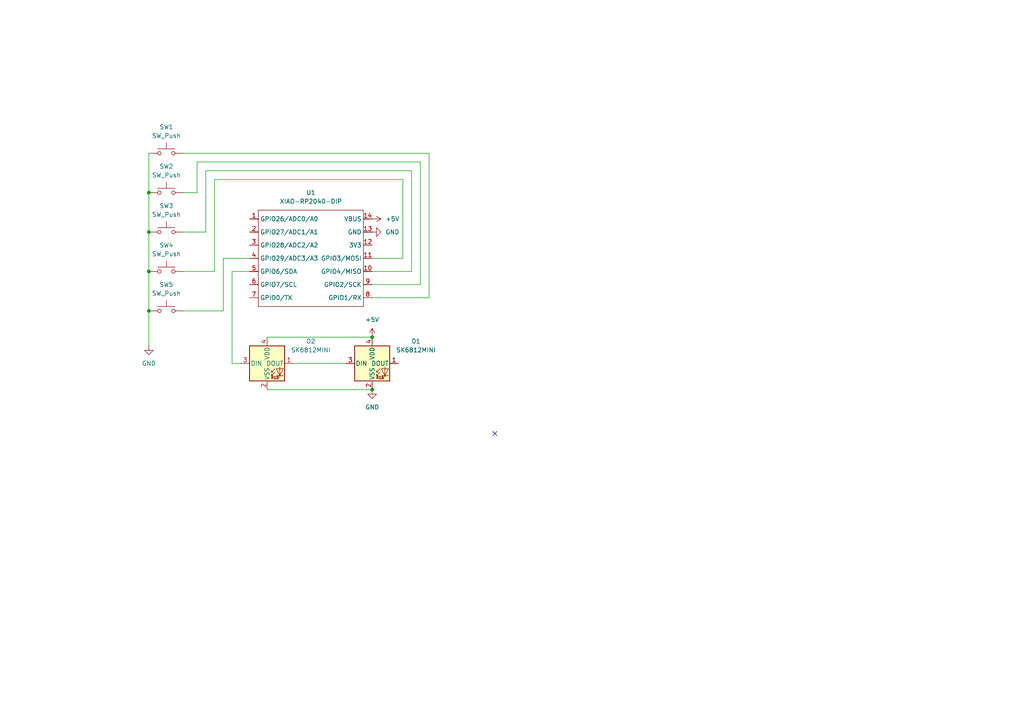
<source format=kicad_sch>
(kicad_sch (version 20250114) (generator "eeschema") (generator_version "9.0")
  (paper "A4")
  (lib_symbols
    (symbol "LED:SK6812MINI" (pin_names (offset 0.254))
      (property "Reference" "D" (at 5.08 5.715 0))
      (property "Value" "SK6812MINI" (at 1.27 -5.715 0))
      (symbol "SK6812MINI_0_0"
        (text "RGB" (at 2.286 -4.191 0) (effects (font (size 0.762 0.762))))
      )
      (symbol "SK6812MINI_0_1"
        (polyline (pts (xy 1.27 -2.54) (xy 1.778 -2.54)))
        (polyline (pts (xy 1.27 -3.556) (xy 1.778 -3.556)))
        (polyline (pts (xy 2.286 -1.524) (xy 1.27 -2.54) (xy 1.27 -2.032)))
        (polyline (pts (xy 2.286 -2.54) (xy 1.27 -3.556) (xy 1.27 -3.048)))
        (polyline (pts (xy 3.683 -1.016) (xy 3.683 -3.556) (xy 3.683 -4.064)))
        (polyline (pts (xy 4.699 -1.524) (xy 2.667 -1.524) (xy 3.683 -3.556) (xy 4.699 -1.524)))
        (polyline (pts (xy 4.699 -3.556) (xy 2.667 -3.556)))
        (rectangle (start 5.08 5.08) (end -5.08 -5.08) (stroke (width 0.254)) (fill (type background)))
      )
      (symbol "SK6812MINI_1_1"
        (pin input line (at -7.62 0 0) (length 2.54) (name "DIN") (number "3"))
        (pin power_in line (at 0 7.62 270) (length 2.54) (name "VDD") (number "4"))
        (pin power_in line (at 0 -7.62 90) (length 2.54) (name "VSS") (number "2"))
        (pin output line (at 7.62 0 180) (length 2.54) (name "DOUT") (number "1"))
      )
    )
    (symbol "OPL:XIAO-RP2040-DIP"
      (property "Reference" "U" (at 0 0 0))
      (property "Value" "XIAO-RP2040-DIP" (at 5.334 -1.778 0))
      (symbol "XIAO-RP2040-DIP_1_0"
        (polyline (pts (xy -1.27 -2.54) (xy 29.21 -2.54)) (stroke (width 0.1524)))
        (polyline (pts (xy -1.27 -5.08) (xy -2.54 -5.08)) (stroke (width 0.1524)))
        (polyline (pts (xy -1.27 -5.08) (xy -1.27 -2.54)) (stroke (width 0.1524)))
        (polyline (pts (xy -1.27 -8.89) (xy -2.54 -8.89)) (stroke (width 0.1524)))
        (polyline (pts (xy -1.27 -8.89) (xy -1.27 -5.08)) (stroke (width 0.1524)))
        (polyline (pts (xy -1.27 -12.7) (xy -2.54 -12.7)) (stroke (width 0.1524)))
        (polyline (pts (xy -1.27 -12.7) (xy -1.27 -8.89)) (stroke (width 0.1524)))
        (polyline (pts (xy -1.27 -16.51) (xy -2.54 -16.51)) (stroke (width 0.1524)))
        (polyline (pts (xy -1.27 -16.51) (xy -1.27 -12.7)) (stroke (width 0.1524)))
        (polyline (pts (xy -1.27 -20.32) (xy -2.54 -20.32)) (stroke (width 0.1524)))
        (polyline (pts (xy -1.27 -24.13) (xy -2.54 -24.13)) (stroke (width 0.1524)))
        (polyline (pts (xy -1.27 -27.94) (xy -2.54 -27.94)) (stroke (width 0.1524)))
        (polyline (pts (xy -1.27 -30.48) (xy -1.27 -16.51)) (stroke (width 0.1524)))
        (polyline (pts (xy 29.21 -2.54) (xy 29.21 -5.08)) (stroke (width 0.1524)))
        (polyline (pts (xy 29.21 -5.08) (xy 29.21 -8.89)) (stroke (width 0.1524)))
        (polyline (pts (xy 29.21 -8.89) (xy 29.21 -12.7)) (stroke (width 0.1524)))
        (polyline (pts (xy 29.21 -12.7) (xy 29.21 -30.48)) (stroke (width 0.1524)))
        (polyline (pts (xy 29.21 -30.48) (xy -1.27 -30.48)) (stroke (width 0.1524)))
        (polyline (pts (xy 30.48 -5.08) (xy 29.21 -5.08)) (stroke (width 0.1524)))
        (polyline (pts (xy 30.48 -8.89) (xy 29.21 -8.89)) (stroke (width 0.1524)))
        (polyline (pts (xy 30.48 -12.7) (xy 29.21 -12.7)) (stroke (width 0.1524)))
        (polyline (pts (xy 30.48 -16.51) (xy 29.21 -16.51)) (stroke (width 0.1524)))
        (polyline (pts (xy 30.48 -20.32) (xy 29.21 -20.32)) (stroke (width 0.1524)))
        (polyline (pts (xy 30.48 -24.13) (xy 29.21 -24.13)) (stroke (width 0.1524)))
        (polyline (pts (xy 30.48 -27.94) (xy 29.21 -27.94)) (stroke (width 0.1524)))
        (pin passive line (at -3.81 -5.08 0) (length 2.54) (name "GPIO26/ADC0/A0") (number "1"))
        (pin passive line (at -3.81 -8.89 0) (length 2.54) (name "GPIO27/ADC1/A1") (number "2"))
        (pin passive line (at -3.81 -12.7 0) (length 2.54) (name "GPIO28/ADC2/A2") (number "3"))
        (pin passive line (at -3.81 -16.51 0) (length 2.54) (name "GPIO29/ADC3/A3") (number "4"))
        (pin passive line (at -3.81 -20.32 0) (length 2.54) (name "GPIO6/SDA") (number "5"))
        (pin passive line (at -3.81 -24.13 0) (length 2.54) (name "GPIO7/SCL") (number "6"))
        (pin passive line (at -3.81 -27.94 0) (length 2.54) (name "GPIO0/TX") (number "7"))
        (pin passive line (at 31.75 -5.08 180) (length 2.54) (name "VBUS") (number "14"))
        (pin passive line (at 31.75 -8.89 180) (length 2.54) (name "GND") (number "13"))
        (pin passive line (at 31.75 -12.7 180) (length 2.54) (name "3V3") (number "12"))
        (pin passive line (at 31.75 -16.51 180) (length 2.54) (name "GPIO3/MOSI") (number "11"))
        (pin passive line (at 31.75 -20.32 180) (length 2.54) (name "GPIO4/MISO") (number "10"))
        (pin passive line (at 31.75 -24.13 180) (length 2.54) (name "GPIO2/SCK") (number "9"))
        (pin passive line (at 31.75 -27.94 180) (length 2.54) (name "GPIO1/RX") (number "8"))
      )
    )
    (symbol "Switch:SW_Push" (pin_numbers (hide yes)) (pin_names (offset 1.016) (hide yes))
      (property "Reference" "SW" (at 1.27 2.54 0))
      (property "Value" "SW_Push" (at 0 -1.524 0))
      (symbol "SW_Push_0_1"
        (circle (center -2.032 0) (radius 0.508))
        (polyline (pts (xy 0 1.27) (xy 0 3.048)))
        (circle (center 2.032 0) (radius 0.508))
        (polyline (pts (xy 2.54 1.27) (xy -2.54 1.27)))
        (pin passive line (at -5.08 0 0) (length 2.54) (name "1") (number "1"))
        (pin passive line (at 5.08 0 180) (length 2.54) (name "2") (number "2"))
      )
    )
    (symbol "power:+5V" (power) (pin_numbers (hide yes)) (pin_names (offset 0) (hide yes))
      (property "Value" "+5V" (at 0 3.556 0))
      (symbol "+5V_0_1"
        (polyline (pts (xy -0.762 1.27) (xy 0 2.54)))
        (polyline (pts (xy 0 2.54) (xy 0.762 1.27)))
        (polyline (pts (xy 0 0) (xy 0 2.54)))
      )
      (symbol "+5V_1_1"
        (pin power_in line (at 0 0 90) (length 0) (name "~") (number "1"))
      )
    )
    (symbol "power:GND" (power) (pin_numbers (hide yes)) (pin_names (offset 0) (hide yes))
      (property "Value" "GND" (at 0 -3.81 0))
      (symbol "GND_0_1"
        (polyline (pts (xy 0 0) (xy 0 -1.27) (xy 1.27 -1.27) (xy 0 -2.54) (xy -1.27 -1.27) (xy 0 -1.27)))
      )
      (symbol "GND_1_1"
        (pin power_in line (at 0 0 270) (length 0) (name "~") (number "1"))
      )
    )
  )
  (junction (at 43.18 55.88))
  (junction (at 43.18 78.74))
  (junction (at 107.95 97.79))
  (junction (at 43.18 67.31))
  (junction (at 43.18 90.17))
  (junction (at 107.95 113.03))
  (no_connect (at 143.51 125.73))
  (wire (pts (xy 57.15 55.88) (xy 53.34 55.88)))
  (wire (pts (xy 72.39 78.74) (xy 67.31 78.74)))
  (wire (pts (xy 85.09 105.41) (xy 100.33 105.41)))
  (wire (pts (xy 107.95 74.93) (xy 116.84 74.93)))
  (wire (pts (xy 59.69 67.31) (xy 53.34 67.31)))
  (wire (pts (xy 43.18 44.45) (xy 43.18 55.88)))
  (wire (pts (xy 43.18 78.74) (xy 43.18 90.17)))
  (wire (pts (xy 72.39 74.93) (xy 64.77 74.93)))
  (wire (pts (xy 43.18 67.31) (xy 43.18 78.74)))
  (wire (pts (xy 119.38 78.74) (xy 119.38 49.53)))
  (wire (pts (xy 107.95 86.36) (xy 124.46 86.36)))
  (wire (pts (xy 67.31 105.41) (xy 69.85 105.41)))
  (wire (pts (xy 64.77 74.93) (xy 64.77 90.17)))
  (wire (pts (xy 119.38 49.53) (xy 59.69 49.53)))
  (wire (pts (xy 43.18 90.17) (xy 43.18 100.33)))
  (wire (pts (xy 121.92 82.55) (xy 121.92 46.99)))
  (wire (pts (xy 116.84 52.07) (xy 62.23 52.07)))
  (wire (pts (xy 53.34 44.45) (xy 124.46 44.45)))
  (wire (pts (xy 53.34 78.74) (xy 62.23 78.74)))
  (wire (pts (xy 59.69 49.53) (xy 59.69 67.31)))
  (wire (pts (xy 121.92 46.99) (xy 57.15 46.99)))
  (wire (pts (xy 107.95 78.74) (xy 119.38 78.74)))
  (wire (pts (xy 53.34 90.17) (xy 64.77 90.17)))
  (wire (pts (xy 77.47 113.03) (xy 107.95 113.03)))
  (wire (pts (xy 77.47 97.79) (xy 107.95 97.79)))
  (wire (pts (xy 67.31 78.74) (xy 67.31 105.41)))
  (wire (pts (xy 57.15 46.99) (xy 57.15 55.88)))
  (wire (pts (xy 62.23 52.07) (xy 62.23 78.74)))
  (wire (pts (xy 124.46 86.36) (xy 124.46 44.45)))
  (wire (pts (xy 116.84 74.93) (xy 116.84 52.07)))
  (wire (pts (xy 43.18 55.88) (xy 43.18 67.31)))
  (wire (pts (xy 107.95 82.55) (xy 121.92 82.55)))
  (symbol (lib_id "Switch:SW_Push") (at 48.26 90.17 0) (unit 1)
    (property "Reference" "SW5" (at 48.26 82.55 0))
    (property "Value" "SW_Push" (at 48.26 85.09 0))
    (property "Footprint" "Button_Switch_Keyboard:SW_Cherry_MX_1.00u_PCB" (effects (hide yes)))
    (property "Description" "Push button switch, generic, two pins" (effects (hide yes)))
  )
  (symbol (lib_id "Switch:SW_Push") (at 48.26 78.74 0) (unit 1)
    (property "Reference" "SW4" (at 48.26 71.12 0))
    (property "Value" "SW_Push" (at 48.26 73.66 0))
    (property "Footprint" "Button_Switch_Keyboard:SW_Cherry_MX_1.00u_PCB" (effects (hide yes)))
    (property "Description" "Push button switch, generic, two pins" (effects (hide yes)))
  )
  (symbol (lib_id "power:GND") (at 107.95 67.31 90) (unit 1)
    (property "Reference" "#PWR02" (effects (hide yes)))
    (property "Value" "GND" (at 111.76 67.3099 90) (effects (justify right)))
    (property "Description" "Power symbol creates a global label with name \"GND\" , ground" (effects (hide yes)))
  )
  (symbol (lib_id "Switch:SW_Push") (at 48.26 44.45 0) (unit 1)
    (property "Reference" "SW1" (at 48.26 36.83 0))
    (property "Value" "SW_Push" (at 48.26 39.37 0))
    (property "Footprint" "Button_Switch_Keyboard:SW_Cherry_MX_1.00u_PCB" (effects (hide yes)))
    (property "Description" "Push button switch, generic, two pins" (effects (hide yes)))
  )
  (symbol (lib_id "LED:SK6812MINI") (at 77.47 105.41 0) (unit 1)
    (property "Reference" "D2" (at 90.17 98.9898 0))
    (property "Value" "SK6812MINI" (at 90.17 101.5298 0))
    (property "Footprint" "LED_SMD:LED_SK6812MINI_PLCC4_3.5x3.5mm_P1.75mm" (effects (hide yes)))
    (property "Datasheet" "https://cdn-shop.adafruit.com/product-files/2686/SK6812MINI_REV.01-1-2.pdf" (effects (hide yes)))
    (property "Description" "RGB LED with integrated controller" (effects (hide yes)))
  )
  (symbol (lib_id "OPL:XIAO-RP2040-DIP") (at 76.2 58.42 0) (unit 1)
    (property "Reference" "U1" (at 90.17 55.88 0))
    (property "Value" "XIAO-RP2040-DIP" (at 90.17 58.42 0))
    (property "Footprint" "OPL:XIAO-RP2040-DIP" (effects (hide yes)))
  )
  (symbol (lib_id "power:GND") (at 107.95 113.03 0) (unit 1)
    (property "Reference" "#PWR03" (effects (hide yes)))
    (property "Value" "GND" (at 107.95 118.11 0))
    (property "Description" "Power symbol creates a global label with name \"GND\" , ground" (effects (hide yes)))
  )
  (symbol (lib_id "power:GND") (at 43.18 100.33 0) (unit 1)
    (property "Reference" "#PWR05" (effects (hide yes)))
    (property "Value" "GND" (at 43.18 105.41 0))
    (property "Description" "Power symbol creates a global label with name \"GND\" , ground" (effects (hide yes)))
  )
  (symbol (lib_id "Switch:SW_Push") (at 48.26 67.31 0) (unit 1)
    (property "Reference" "SW3" (at 48.26 59.69 0))
    (property "Value" "SW_Push" (at 48.26 62.23 0))
    (property "Footprint" "Button_Switch_Keyboard:SW_Cherry_MX_1.00u_PCB" (effects (hide yes)))
    (property "Description" "Push button switch, generic, two pins" (effects (hide yes)))
  )
  (symbol (lib_id "power:+5V") (at 107.95 97.79 0) (unit 1)
    (property "Reference" "#PWR01" (effects (hide yes)))
    (property "Value" "+5V" (at 107.95 92.71 0))
    (property "Description" "Power symbol creates a global label with name \"+5V\"" (effects (hide yes)))
  )
  (symbol (lib_id "LED:SK6812MINI") (at 107.95 105.41 0) (unit 1)
    (property "Reference" "D1" (at 120.65 98.9898 0))
    (property "Value" "SK6812MINI" (at 120.65 101.5298 0))
    (property "Footprint" "LED_SMD:LED_SK6812MINI_PLCC4_3.5x3.5mm_P1.75mm" (effects (hide yes)))
    (property "Datasheet" "https://cdn-shop.adafruit.com/product-files/2686/SK6812MINI_REV.01-1-2.pdf" (effects (hide yes)))
    (property "Description" "RGB LED with integrated controller" (effects (hide yes)))
  )
  (symbol (lib_id "power:+5V") (at 107.95 63.5 270) (unit 1)
    (property "Reference" "#PWR04" (effects (hide yes)))
    (property "Value" "+5V" (at 111.76 63.4999 90) (effects (justify left)))
    (property "Description" "Power symbol creates a global label with name \"+5V\"" (effects (hide yes)))
  )
  (symbol (lib_id "Switch:SW_Push") (at 48.26 55.88 0) (unit 1)
    (property "Reference" "SW2" (at 48.26 48.26 0))
    (property "Value" "SW_Push" (at 48.26 50.8 0))
    (property "Footprint" "Button_Switch_Keyboard:SW_Cherry_MX_1.00u_PCB" (effects (hide yes)))
    (property "Description" "Push button switch, generic, two pins" (effects (hide yes)))
  )
)
</source>
